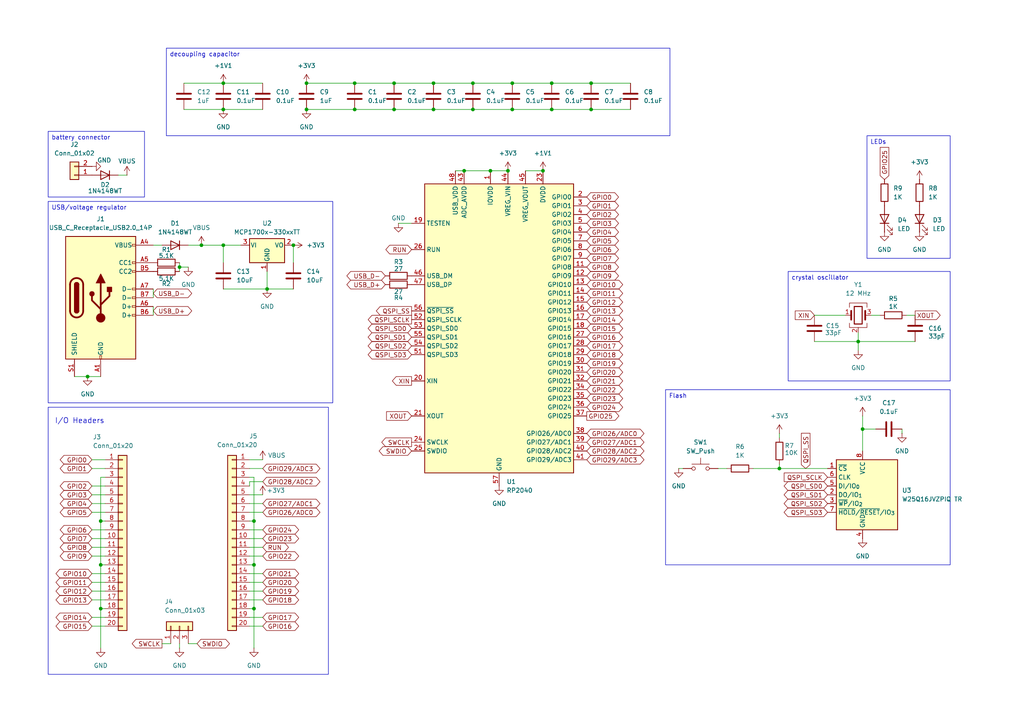
<source format=kicad_sch>
(kicad_sch (version 20250114) (generator "eeschema") (generator_version "9.0")
  (paper "A4")
  (title_block (title "devboard"))
  (lib_symbols
    (symbol "Connector:USB_C_Receptacle_USB2.0_14P" (pin_names (offset 1.016))
      (property "Reference" "J" (at 0 22.225 0))
      (property "Value" "USB_C_Receptacle_USB2.0_14P" (at 0 19.685 0))
      (symbol "USB_C_Receptacle_USB2.0_14P_1_1"
        (pin passive line (at -7.62 -22.86 90) (length 5.08) (name "SHIELD") (number "S1"))
        (pin passive line (at 0 -22.86 90) (length 5.08) (name "GND") (number "A1"))
        (pin passive line (at 0 -22.86 90) (length 5.08) (hide yes) (name "GND") (number "A12"))
        (pin passive line (at 0 -22.86 90) (length 5.08) (hide yes) (name "GND") (number "B1"))
        (pin passive line (at 0 -22.86 90) (length 5.08) (hide yes) (name "GND") (number "B12"))
        (pin passive line (at 15.24 15.24 180) (length 5.08) (name "VBUS") (number "A4"))
        (pin passive line (at 15.24 15.24 180) (length 5.08) (hide yes) (name "VBUS") (number "A9"))
        (pin passive line (at 15.24 15.24 180) (length 5.08) (hide yes) (name "VBUS") (number "B4"))
        (pin passive line (at 15.24 15.24 180) (length 5.08) (hide yes) (name "VBUS") (number "B9"))
        (pin bidirectional line (at 15.24 10.16 180) (length 5.08) (name "CC1") (number "A5"))
        (pin bidirectional line (at 15.24 7.62 180) (length 5.08) (name "CC2") (number "B5"))
        (pin bidirectional line (at 15.24 2.54 180) (length 5.08) (name "D-") (number "A7"))
        (pin bidirectional line (at 15.24 0 180) (length 5.08) (name "D-") (number "B7"))
        (pin bidirectional line (at 15.24 -2.54 180) (length 5.08) (name "D+") (number "A6"))
        (pin bidirectional line (at 15.24 -5.08 180) (length 5.08) (name "D+") (number "B6"))
      )
    )
    (symbol "Connector_Generic:Conn_01x02" (pin_names (offset 1.016) (hide yes))
      (property "Reference" "J" (at 0 2.54 0))
      (property "Value" "Conn_01x02" (at 0 -5.08 0))
      (symbol "Conn_01x02_1_1"
        (pin passive line (at -5.08 0 0) (length 3.81) (name "Pin_1") (number "1"))
        (pin passive line (at -5.08 -2.54 0) (length 3.81) (name "Pin_2") (number "2"))
      )
    )
    (symbol "Connector_Generic:Conn_01x03" (pin_names (offset 1.016) (hide yes))
      (property "Reference" "J" (at 0 5.08 0))
      (property "Value" "Conn_01x03" (at 0 -5.08 0))
      (symbol "Conn_01x03_1_1"
        (pin passive line (at -5.08 2.54 0) (length 3.81) (name "Pin_1") (number "1"))
        (pin passive line (at -5.08 0 0) (length 3.81) (name "Pin_2") (number "2"))
        (pin passive line (at -5.08 -2.54 0) (length 3.81) (name "Pin_3") (number "3"))
      )
    )
    (symbol "Connector_Generic:Conn_01x20" (pin_names (offset 1.016) (hide yes))
      (property "Reference" "J" (at 0 25.4 0))
      (property "Value" "Conn_01x20" (at 0 -27.94 0))
      (symbol "Conn_01x20_1_1"
        (pin passive line (at -5.08 22.86 0) (length 3.81) (name "Pin_1") (number "1"))
        (pin passive line (at -5.08 20.32 0) (length 3.81) (name "Pin_2") (number "2"))
        (pin passive line (at -5.08 17.78 0) (length 3.81) (name "Pin_3") (number "3"))
        (pin passive line (at -5.08 15.24 0) (length 3.81) (name "Pin_4") (number "4"))
        (pin passive line (at -5.08 12.7 0) (length 3.81) (name "Pin_5") (number "5"))
        (pin passive line (at -5.08 10.16 0) (length 3.81) (name "Pin_6") (number "6"))
        (pin passive line (at -5.08 7.62 0) (length 3.81) (name "Pin_7") (number "7"))
        (pin passive line (at -5.08 5.08 0) (length 3.81) (name "Pin_8") (number "8"))
        (pin passive line (at -5.08 2.54 0) (length 3.81) (name "Pin_9") (number "9"))
        (pin passive line (at -5.08 0 0) (length 3.81) (name "Pin_10") (number "10"))
        (pin passive line (at -5.08 -2.54 0) (length 3.81) (name "Pin_11") (number "11"))
        (pin passive line (at -5.08 -5.08 0) (length 3.81) (name "Pin_12") (number "12"))
        (pin passive line (at -5.08 -7.62 0) (length 3.81) (name "Pin_13") (number "13"))
        (pin passive line (at -5.08 -10.16 0) (length 3.81) (name "Pin_14") (number "14"))
        (pin passive line (at -5.08 -12.7 0) (length 3.81) (name "Pin_15") (number "15"))
        (pin passive line (at -5.08 -15.24 0) (length 3.81) (name "Pin_16") (number "16"))
        (pin passive line (at -5.08 -17.78 0) (length 3.81) (name "Pin_17") (number "17"))
        (pin passive line (at -5.08 -20.32 0) (length 3.81) (name "Pin_18") (number "18"))
        (pin passive line (at -5.08 -22.86 0) (length 3.81) (name "Pin_19") (number "19"))
        (pin passive line (at -5.08 -25.4 0) (length 3.81) (name "Pin_20") (number "20"))
      )
    )
    (symbol "Device:C" (pin_numbers (hide yes)) (pin_names (offset 0.254))
      (property "Reference" "C" (at 0.635 2.54 0))
      (property "Value" "C" (at 0.635 -2.54 0))
      (symbol "C_1_1"
        (pin passive line (at 0 3.81 270) (length 2.794) (name "~") (number "1"))
        (pin passive line (at 0 -3.81 90) (length 2.794) (name "~") (number "2"))
      )
    )
    (symbol "Device:Crystal_GND24" (pin_names (offset 1.016) (hide yes))
      (property "Reference" "Y" (at 3.175 5.08 0))
      (property "Value" "Crystal_GND24" (at 3.175 3.175 0))
      (symbol "Crystal_GND24_1_1"
        (pin passive line (at -3.81 0 0) (length 1.27) (name "1") (number "1"))
        (pin passive line (at 0 -5.08 90) (length 1.27) (name "G") (number "2"))
        (pin passive line (at 0 -5.08 90) (length 1.27) (hide yes) (name "G") (number "4"))
        (pin passive line (at 3.81 0 180) (length 1.27) (name "3") (number "3"))
      )
    )
    (symbol "Device:LED" (pin_numbers (hide yes)) (pin_names (offset 1.016) (hide yes))
      (property "Reference" "D" (at 0 2.54 0))
      (property "Value" "LED" (at 0 -2.54 0))
      (symbol "LED_1_1"
        (pin passive line (at -3.81 0 0) (length 2.54) (name "K") (number "1"))
        (pin passive line (at 3.81 0 180) (length 2.54) (name "A") (number "2"))
      )
    )
    (symbol "Device:R" (pin_numbers (hide yes)) (pin_names (offset 0))
      (property "Reference" "R" (at 2.032 0 90))
      (property "Value" "R" (at 0 0 90))
      (symbol "R_1_1"
        (pin passive line (at 0 3.81 270) (length 1.27) (name "~") (number "1"))
        (pin passive line (at 0 -3.81 90) (length 1.27) (name "~") (number "2"))
      )
    )
    (symbol "Diode:1N4148WT" (pin_numbers (hide yes)) (pin_names (hide yes))
      (property "Reference" "D" (at 0 2.54 0))
      (property "Value" "1N4148WT" (at 0 -2.54 0))
      (symbol "1N4148WT_1_1"
        (pin passive line (at -3.81 0 0) (length 2.54) (name "K") (number "1"))
        (pin passive line (at 3.81 0 180) (length 2.54) (name "A") (number "2"))
      )
    )
    (symbol "MCU_RaspberryPi:RP2040"
      (property "Reference" "U" (at 17.526 47.244 0))
      (property "Value" "RP2040" (at 17.526 44.704 0))
      (symbol "RP2040_1_1"
        (pin input line (at -25.4 30.48 0) (length 3.81) (name "TESTEN") (number "19"))
        (pin input line (at -25.4 22.86 0) (length 3.81) (name "RUN") (number "26"))
        (pin bidirectional line (at -25.4 15.24 0) (length 3.81) (name "USB_DM") (number "46"))
        (pin bidirectional line (at -25.4 12.7 0) (length 3.81) (name "USB_DP") (number "47"))
        (pin output line (at -25.4 5.08 0) (length 3.81) (name "~{QSPI_SS}") (number "56"))
        (pin output line (at -25.4 2.54 0) (length 3.81) (name "QSPI_SCLK") (number "52"))
        (pin bidirectional line (at -25.4 0 0) (length 3.81) (name "QSPI_SD0") (number "53"))
        (pin bidirectional line (at -25.4 -2.54 0) (length 3.81) (name "QSPI_SD1") (number "55"))
        (pin bidirectional line (at -25.4 -5.08 0) (length 3.81) (name "QSPI_SD2") (number "54"))
        (pin bidirectional line (at -25.4 -7.62 0) (length 3.81) (name "QSPI_SD3") (number "51"))
        (pin input line (at -25.4 -15.24 0) (length 3.81) (name "XIN") (number "20"))
        (pin output line (at -25.4 -25.4 0) (length 3.81) (name "XOUT") (number "21"))
        (pin input line (at -25.4 -33.02 0) (length 3.81) (name "SWCLK") (number "24"))
        (pin bidirectional line (at -25.4 -35.56 0) (length 3.81) (name "SWDIO") (number "25"))
        (pin power_in line (at -12.7 45.72 270) (length 3.81) (name "USB_VDD") (number "48"))
        (pin power_in line (at -10.16 45.72 270) (length 3.81) (name "ADC_AVDD") (number "43"))
        (pin power_in line (at -2.54 45.72 270) (length 3.81) (name "IOVDD") (number "1"))
        (pin passive line (at -2.54 45.72 270) (length 3.81) (hide yes) (name "IOVDD") (number "10"))
        (pin passive line (at -2.54 45.72 270) (length 3.81) (hide yes) (name "IOVDD") (number "22"))
        (pin passive line (at -2.54 45.72 270) (length 3.81) (hide yes) (name "IOVDD") (number "33"))
        (pin passive line (at -2.54 45.72 270) (length 3.81) (hide yes) (name "IOVDD") (number "42"))
        (pin passive line (at -2.54 45.72 270) (length 3.81) (hide yes) (name "IOVDD") (number "49"))
        (pin power_in line (at 0 -45.72 90) (length 3.81) (name "GND") (number "57"))
        (pin power_in line (at 2.54 45.72 270) (length 3.81) (name "VREG_VIN") (number "44"))
        (pin power_out line (at 7.62 45.72 270) (length 3.81) (name "VREG_VOUT") (number "45"))
        (pin power_in line (at 12.7 45.72 270) (length 3.81) (name "DVDD") (number "23"))
        (pin passive line (at 12.7 45.72 270) (length 3.81) (hide yes) (name "DVDD") (number "50"))
        (pin bidirectional line (at 25.4 38.1 180) (length 3.81) (name "GPIO0") (number "2"))
        (pin bidirectional line (at 25.4 35.56 180) (length 3.81) (name "GPIO1") (number "3"))
        (pin bidirectional line (at 25.4 33.02 180) (length 3.81) (name "GPIO2") (number "4"))
        (pin bidirectional line (at 25.4 30.48 180) (length 3.81) (name "GPIO3") (number "5"))
        (pin bidirectional line (at 25.4 27.94 180) (length 3.81) (name "GPIO4") (number "6"))
        (pin bidirectional line (at 25.4 25.4 180) (length 3.81) (name "GPIO5") (number "7"))
        (pin bidirectional line (at 25.4 22.86 180) (length 3.81) (name "GPIO6") (number "8"))
        (pin bidirectional line (at 25.4 20.32 180) (length 3.81) (name "GPIO7") (number "9"))
        (pin bidirectional line (at 25.4 17.78 180) (length 3.81) (name "GPIO8") (number "11"))
        (pin bidirectional line (at 25.4 15.24 180) (length 3.81) (name "GPIO9") (number "12"))
        (pin bidirectional line (at 25.4 12.7 180) (length 3.81) (name "GPIO10") (number "13"))
        (pin bidirectional line (at 25.4 10.16 180) (length 3.81) (name "GPIO11") (number "14"))
        (pin bidirectional line (at 25.4 7.62 180) (length 3.81) (name "GPIO12") (number "15"))
        (pin bidirectional line (at 25.4 5.08 180) (length 3.81) (name "GPIO13") (number "16"))
        (pin bidirectional line (at 25.4 2.54 180) (length 3.81) (name "GPIO14") (number "17"))
        (pin bidirectional line (at 25.4 0 180) (length 3.81) (name "GPIO15") (number "18"))
        (pin bidirectional line (at 25.4 -2.54 180) (length 3.81) (name "GPIO16") (number "27"))
        (pin bidirectional line (at 25.4 -5.08 180) (length 3.81) (name "GPIO17") (number "28"))
        (pin bidirectional line (at 25.4 -7.62 180) (length 3.81) (name "GPIO18") (number "29"))
        (pin bidirectional line (at 25.4 -10.16 180) (length 3.81) (name "GPIO19") (number "30"))
        (pin bidirectional line (at 25.4 -12.7 180) (length 3.81) (name "GPIO20") (number "31"))
        (pin bidirectional line (at 25.4 -15.24 180) (length 3.81) (name "GPIO21") (number "32"))
        (pin bidirectional line (at 25.4 -17.78 180) (length 3.81) (name "GPIO22") (number "34"))
        (pin bidirectional line (at 25.4 -20.32 180) (length 3.81) (name "GPIO23") (number "35"))
        (pin bidirectional line (at 25.4 -22.86 180) (length 3.81) (name "GPIO24") (number "36"))
        (pin bidirectional line (at 25.4 -25.4 180) (length 3.81) (name "GPIO25") (number "37"))
        (pin bidirectional line (at 25.4 -30.48 180) (length 3.81) (name "GPIO26/ADC0") (number "38"))
        (pin bidirectional line (at 25.4 -33.02 180) (length 3.81) (name "GPIO27/ADC1") (number "39"))
        (pin bidirectional line (at 25.4 -35.56 180) (length 3.81) (name "GPIO28/ADC2") (number "40"))
        (pin bidirectional line (at 25.4 -38.1 180) (length 3.81) (name "GPIO29/ADC3") (number "41"))
      )
    )
    (symbol "Memory_Flash:W25Q128JVS"
      (property "Reference" "U" (at -6.35 11.43 0))
      (property "Value" "W25Q128JVS" (at 7.62 11.43 0))
      (symbol "W25Q128JVS_1_1"
        (pin input line (at -10.16 7.62 0) (length 2.54) (name "~{CS}") (number "1"))
        (pin input line (at -10.16 5.08 0) (length 2.54) (name "CLK") (number "6"))
        (pin bidirectional line (at -10.16 2.54 0) (length 2.54) (name "DI/IO_{0}") (number "5"))
        (pin bidirectional line (at -10.16 0 0) (length 2.54) (name "DO/IO_{1}") (number "2"))
        (pin bidirectional line (at -10.16 -2.54 0) (length 2.54) (name "~{WP}/IO_{2}") (number "3"))
        (pin bidirectional line (at -10.16 -5.08 0) (length 2.54) (name "~{HOLD}/~{RESET}/IO_{3}") (number "7"))
        (pin power_in line (at 0 12.7 270) (length 2.54) (name "VCC") (number "8"))
        (pin power_in line (at 0 -12.7 90) (length 2.54) (name "GND") (number "4"))
      )
    )
    (symbol "Regulator_Linear:MCP1700x-330xxTT" (pin_names (offset 0.254))
      (property "Reference" "U" (at -3.81 3.175 0))
      (property "Value" "MCP1700x-330xxTT" (at 0 3.175 0))
      (symbol "MCP1700x-330xxTT_1_1"
        (pin power_in line (at -7.62 0 0) (length 2.54) (name "VI") (number "3"))
        (pin power_in line (at 0 -7.62 90) (length 2.54) (name "GND") (number "1"))
        (pin power_out line (at 7.62 0 180) (length 2.54) (name "VO") (number "2"))
      )
    )
    (symbol "Switch:SW_Push" (pin_numbers (hide yes)) (pin_names (offset 1.016) (hide yes))
      (property "Reference" "SW" (at 1.27 2.54 0))
      (property "Value" "SW_Push" (at 0 -1.524 0))
      (symbol "SW_Push_0_1"
        (pin passive line (at -5.08 0 0) (length 2.54) (name "1") (number "1"))
        (pin passive line (at 5.08 0 180) (length 2.54) (name "2") (number "2"))
      )
    )
    (symbol "power:+1V1" (power) (pin_numbers (hide yes)) (pin_names (offset 0) (hide yes))
      (property "Value" "+1V1" (at 0 3.556 0))
      (symbol "+1V1_1_1"
        (pin power_in line (at 0 0 90) (length 0) (name "~") (number "1"))
      )
    )
    (symbol "power:+3V3" (power) (pin_numbers (hide yes)) (pin_names (offset 0) (hide yes))
      (property "Value" "+3V3" (at 0 3.556 0))
      (symbol "+3V3_1_1"
        (pin power_in line (at 0 0 90) (length 0) (name "~") (number "1"))
      )
    )
    (symbol "power:GND" (power) (pin_numbers (hide yes)) (pin_names (offset 0) (hide yes))
      (property "Value" "GND" (at 0 -3.81 0))
      (symbol "GND_1_1"
        (pin power_in line (at 0 0 270) (length 0) (name "~") (number "1"))
      )
    )
    (symbol "power:VBUS" (power) (pin_numbers (hide yes)) (pin_names (offset 0) (hide yes))
      (property "Value" "VBUS" (at 0 3.556 0))
      (symbol "VBUS_1_1"
        (pin power_in line (at 0 0 90) (length 0) (name "~") (number "1"))
      )
    )
  )
  (rectangle (start 13.97 118.11) (end 95.25 195.58))
  (text "I/O Headers" (at 23.114 122.174 0) (effects (font (size 1.524 1.524))))
  (text_box "decoupling capacitor" (at 48.26 13.97 0) (size 146.05 25.4) (margins 0.9525 0.9525 0.9525 0.9525) (effects (font (size 1.27 1.27)) (justify left top)))
  (text_box "crystal oscillator" (at 228.6 78.74 0) (size 46.99 31.75) (margins 0.9525 0.9525 0.9525 0.9525) (effects (font (size 1.27 1.27)) (justify left top)))
  (text_box "LEDs" (at 251.46 39.37 0) (size 24.13 35.56) (margins 0.9525 0.9525 0.9525 0.9525) (effects (font (size 1.27 1.27)) (justify left top)))
  (text_box "battery connector" (at 13.97 38.1 0) (size 27.94 19.05) (margins 0.9525 0.9525 0.9525 0.9525) (effects (font (size 1.27 1.27)) (justify left top)))
  (text_box "Flash" (at 193.04 113.03 0) (size 82.55 50.8) (margins 0.9525 0.9525 0.9525 0.9525) (effects (font (size 1.27 1.27)) (justify left top)))
  (text_box "USB/voltage regulator" (at 13.97 58.42 0) (size 82.55 58.42) (margins 0.9525 0.9525 0.9525 0.9525) (effects (font (size 1.27 1.27)) (justify left top)))
  (junction (at 102.87 31.75))
  (junction (at 25.4 109.22))
  (junction (at 77.47 83.82))
  (junction (at 64.77 71.12))
  (junction (at 137.16 24.13))
  (junction (at 125.73 24.13))
  (junction (at 226.06 135.89))
  (junction (at 148.59 31.75))
  (junction (at 58.42 71.12))
  (junction (at 134.62 49.53))
  (junction (at 160.02 31.75))
  (junction (at 85.09 71.12))
  (junction (at 102.87 24.13))
  (junction (at 73.66 176.53))
  (junction (at 114.3 24.13))
  (junction (at 160.02 24.13))
  (junction (at 142.24 49.53))
  (junction (at 125.73 31.75))
  (junction (at 88.9 31.75))
  (junction (at 29.21 176.53))
  (junction (at 248.92 99.06))
  (junction (at 137.16 31.75))
  (junction (at 250.19 124.46))
  (junction (at 29.21 163.83))
  (junction (at 64.77 24.13))
  (junction (at 64.77 31.75))
  (junction (at 147.32 49.53))
  (junction (at 88.9 24.13))
  (junction (at 157.48 49.53))
  (junction (at 73.66 163.83))
  (junction (at 52.07 77.47))
  (junction (at 29.21 151.13))
  (junction (at 148.59 24.13))
  (junction (at 171.45 31.75))
  (junction (at 114.3 31.75))
  (junction (at 73.66 151.13))
  (junction (at 171.45 24.13))
  (wire (pts (xy 30.48 151.13) (xy 29.21 151.13)))
  (wire (pts (xy 64.77 71.12) (xy 69.85 71.12)))
  (wire (pts (xy 72.39 139.7) (xy 76.2 139.7)))
  (wire (pts (xy 44.45 83.82) (xy 44.45 86.36)))
  (wire (pts (xy 72.39 176.53) (xy 73.66 176.53)))
  (wire (pts (xy 250.19 124.46) (xy 250.19 130.81)))
  (wire (pts (xy 26.67 153.67) (xy 30.48 153.67)))
  (wire (pts (xy 26.67 173.99) (xy 30.48 173.99)))
  (wire (pts (xy 218.44 135.89) (xy 226.06 135.89)))
  (wire (pts (xy 26.67 181.61) (xy 30.48 181.61)))
  (wire (pts (xy 137.16 24.13) (xy 148.59 24.13)))
  (wire (pts (xy 52.07 187.96) (xy 52.07 186.69)))
  (wire (pts (xy 262.89 91.44) (xy 265.43 91.44)))
  (wire (pts (xy 26.67 146.05) (xy 30.48 146.05)))
  (wire (pts (xy 226.06 135.89) (xy 240.03 135.89)))
  (wire (pts (xy 36.83 50.8) (xy 34.29 50.8)))
  (wire (pts (xy 72.39 153.67) (xy 76.2 153.67)))
  (wire (pts (xy 125.73 31.75) (xy 137.16 31.75)))
  (wire (pts (xy 72.39 139.7) (xy 72.39 140.97)))
  (wire (pts (xy 115.57 64.77) (xy 119.38 64.77)))
  (wire (pts (xy 72.39 173.99) (xy 76.2 173.99)))
  (wire (pts (xy 160.02 24.13) (xy 171.45 24.13)))
  (wire (pts (xy 137.16 31.75) (xy 148.59 31.75)))
  (wire (pts (xy 72.39 151.13) (xy 73.66 151.13)))
  (wire (pts (xy 73.66 138.43) (xy 73.66 151.13)))
  (wire (pts (xy 72.39 138.43) (xy 73.66 138.43)))
  (wire (pts (xy 26.67 171.45) (xy 30.48 171.45)))
  (wire (pts (xy 64.77 31.75) (xy 76.2 31.75)))
  (wire (pts (xy 29.21 151.13) (xy 29.21 163.83)))
  (wire (pts (xy 54.61 77.47) (xy 52.07 77.47)))
  (wire (pts (xy 26.67 140.97) (xy 30.48 140.97)))
  (wire (pts (xy 114.3 24.13) (xy 125.73 24.13)))
  (wire (pts (xy 72.39 161.29) (xy 76.2 161.29)))
  (wire (pts (xy 44.45 71.12) (xy 46.99 71.12)))
  (wire (pts (xy 72.39 179.07) (xy 76.2 179.07)))
  (wire (pts (xy 72.39 158.75) (xy 76.2 158.75)))
  (wire (pts (xy 72.39 166.37) (xy 76.2 166.37)))
  (wire (pts (xy 29.21 109.22) (xy 25.4 109.22)))
  (wire (pts (xy 85.09 71.12) (xy 85.09 76.2)))
  (wire (pts (xy 171.45 24.13) (xy 182.88 24.13)))
  (wire (pts (xy 26.67 133.35) (xy 30.48 133.35)))
  (wire (pts (xy 88.9 31.75) (xy 102.87 31.75)))
  (wire (pts (xy 52.07 76.2) (xy 52.07 77.47)))
  (wire (pts (xy 64.77 71.12) (xy 64.77 76.2)))
  (wire (pts (xy 26.67 143.51) (xy 30.48 143.51)))
  (wire (pts (xy 73.66 163.83) (xy 73.66 176.53)))
  (wire (pts (xy 114.3 31.75) (xy 125.73 31.75)))
  (wire (pts (xy 30.48 138.43) (xy 29.21 138.43)))
  (wire (pts (xy 208.28 135.89) (xy 210.82 135.89)))
  (wire (pts (xy 64.77 83.82) (xy 77.47 83.82)))
  (wire (pts (xy 29.21 138.43) (xy 29.21 151.13)))
  (wire (pts (xy 72.39 163.83) (xy 73.66 163.83)))
  (wire (pts (xy 76.2 133.35) (xy 72.39 133.35)))
  (wire (pts (xy 72.39 156.21) (xy 76.2 156.21)))
  (wire (pts (xy 54.61 186.69) (xy 57.15 186.69)))
  (wire (pts (xy 236.22 91.44) (xy 245.11 91.44)))
  (wire (pts (xy 88.9 24.13) (xy 102.87 24.13)))
  (wire (pts (xy 160.02 31.75) (xy 171.45 31.75)))
  (wire (pts (xy 142.24 49.53) (xy 147.32 49.53)))
  (wire (pts (xy 72.39 168.91) (xy 76.2 168.91)))
  (wire (pts (xy 21.59 109.22) (xy 25.4 109.22)))
  (wire (pts (xy 26.67 158.75) (xy 30.48 158.75)))
  (wire (pts (xy 152.4 49.53) (xy 157.48 49.53)))
  (wire (pts (xy 72.39 135.89) (xy 76.2 135.89)))
  (wire (pts (xy 248.92 101.6) (xy 248.92 99.06)))
  (wire (pts (xy 29.21 163.83) (xy 29.21 176.53)))
  (wire (pts (xy 64.77 24.13) (xy 76.2 24.13)))
  (wire (pts (xy 30.48 163.83) (xy 29.21 163.83)))
  (wire (pts (xy 102.87 31.75) (xy 114.3 31.75)))
  (wire (pts (xy 134.62 49.53) (xy 142.24 49.53)))
  (wire (pts (xy 248.92 99.06) (xy 265.43 99.06)))
  (wire (pts (xy 73.66 151.13) (xy 73.66 163.83)))
  (wire (pts (xy 72.39 148.59) (xy 76.2 148.59)))
  (wire (pts (xy 226.06 135.89) (xy 226.06 134.62)))
  (wire (pts (xy 54.61 71.12) (xy 58.42 71.12)))
  (wire (pts (xy 26.67 179.07) (xy 30.48 179.07)))
  (wire (pts (xy 76.2 143.51) (xy 72.39 143.51)))
  (wire (pts (xy 58.42 71.12) (xy 64.77 71.12)))
  (wire (pts (xy 252.73 91.44) (xy 255.27 91.44)))
  (wire (pts (xy 44.45 88.9) (xy 44.45 91.44)))
  (wire (pts (xy 26.67 161.29) (xy 30.48 161.29)))
  (wire (pts (xy 52.07 77.47) (xy 52.07 78.74)))
  (wire (pts (xy 77.47 78.74) (xy 77.47 83.82)))
  (wire (pts (xy 53.34 24.13) (xy 64.77 24.13)))
  (wire (pts (xy 250.19 124.46) (xy 254 124.46)))
  (wire (pts (xy 125.73 24.13) (xy 137.16 24.13)))
  (wire (pts (xy 248.92 99.06) (xy 248.92 96.52)))
  (wire (pts (xy 226.06 125.73) (xy 226.06 127)))
  (wire (pts (xy 30.48 176.53) (xy 29.21 176.53)))
  (wire (pts (xy 26.67 148.59) (xy 30.48 148.59)))
  (wire (pts (xy 102.87 24.13) (xy 114.3 24.13)))
  (wire (pts (xy 250.19 120.65) (xy 250.19 124.46)))
  (wire (pts (xy 236.22 99.06) (xy 248.92 99.06)))
  (wire (pts (xy 261.62 125.73) (xy 261.62 124.46)))
  (wire (pts (xy 46.99 186.69) (xy 49.53 186.69)))
  (wire (pts (xy 29.21 176.53) (xy 29.21 187.96)))
  (wire (pts (xy 132.08 49.53) (xy 134.62 49.53)))
  (wire (pts (xy 171.45 31.75) (xy 182.88 31.75)))
  (wire (pts (xy 72.39 171.45) (xy 76.2 171.45)))
  (wire (pts (xy 26.67 168.91) (xy 30.48 168.91)))
  (wire (pts (xy 72.39 146.05) (xy 76.2 146.05)))
  (wire (pts (xy 73.66 176.53) (xy 73.66 187.96)))
  (wire (pts (xy 53.34 31.75) (xy 64.77 31.75)))
  (wire (pts (xy 72.39 181.61) (xy 76.2 181.61)))
  (wire (pts (xy 77.47 83.82) (xy 85.09 83.82)))
  (wire (pts (xy 26.67 166.37) (xy 30.48 166.37)))
  (wire (pts (xy 196.85 135.89) (xy 198.12 135.89)))
  (wire (pts (xy 26.67 135.89) (xy 30.48 135.89)))
  (wire (pts (xy 26.67 156.21) (xy 30.48 156.21)))
  (wire (pts (xy 148.59 31.75) (xy 160.02 31.75)))
  (wire (pts (xy 148.59 24.13) (xy 160.02 24.13)))
  (global_label "QSPI_SS" (shape input) (at 233.68 135.89 90) (property "Intersheetrefs" "${INTERSHEET_REFS}" (effects (hide yes))))
  (global_label "GPIO12" (shape bidirectional) (at 170.18 87.63 0) (property "Intersheetrefs" "${INTERSHEET_REFS}" (effects (hide yes))))
  (global_label "GPIO4" (shape bidirectional) (at 26.67 146.05 180) (property "Intersheetrefs" "${INTERSHEET_REFS}" (effects (hide yes))))
  (global_label "GPIO26/ADC0" (shape bidirectional) (at 170.18 125.73 0) (property "Intersheetrefs" "${INTERSHEET_REFS}" (effects (hide yes))))
  (global_label "GPIO15" (shape bidirectional) (at 26.67 181.61 180) (property "Intersheetrefs" "${INTERSHEET_REFS}" (effects (hide yes))))
  (global_label "GPIO6" (shape bidirectional) (at 26.67 153.67 180) (property "Intersheetrefs" "${INTERSHEET_REFS}" (effects (hide yes))))
  (global_label "USB_D+" (shape bidirectional) (at 111.76 82.55 180) (property "Intersheetrefs" "${INTERSHEET_REFS}" (effects (hide yes))))
  (global_label "SWDIO" (shape bidirectional) (at 57.15 186.69 0) (property "Intersheetrefs" "${INTERSHEET_REFS}" (effects (hide yes))))
  (global_label "GPIO19" (shape bidirectional) (at 170.18 105.41 0) (property "Intersheetrefs" "${INTERSHEET_REFS}" (effects (hide yes))))
  (global_label "SWDIO" (shape bidirectional) (at 119.38 130.81 180) (property "Intersheetrefs" "${INTERSHEET_REFS}" (effects (hide yes))))
  (global_label "GPIO8" (shape bidirectional) (at 170.18 77.47 0) (property "Intersheetrefs" "${INTERSHEET_REFS}" (effects (hide yes))))
  (global_label "GPIO29/ADC3" (shape bidirectional) (at 170.18 133.35 0) (property "Intersheetrefs" "${INTERSHEET_REFS}" (effects (hide yes))))
  (global_label "GPIO12" (shape bidirectional) (at 26.67 171.45 180) (property "Intersheetrefs" "${INTERSHEET_REFS}" (effects (hide yes))))
  (global_label "GPIO3" (shape bidirectional) (at 26.67 143.51 180) (property "Intersheetrefs" "${INTERSHEET_REFS}" (effects (hide yes))))
  (global_label "GPIO27/ADC1" (shape bidirectional) (at 170.18 128.27 0) (property "Intersheetrefs" "${INTERSHEET_REFS}" (effects (hide yes))))
  (global_label "GPIO9" (shape bidirectional) (at 26.67 161.29 180) (property "Intersheetrefs" "${INTERSHEET_REFS}" (effects (hide yes))))
  (global_label "QSPI_SD1" (shape bidirectional) (at 240.03 143.51 180) (property "Intersheetrefs" "${INTERSHEET_REFS}" (effects (hide yes))))
  (global_label "GPIO0" (shape bidirectional) (at 26.67 133.35 180) (property "Intersheetrefs" "${INTERSHEET_REFS}" (effects (hide yes))))
  (global_label "GPIO5" (shape bidirectional) (at 170.18 69.85 0) (property "Intersheetrefs" "${INTERSHEET_REFS}" (effects (hide yes))))
  (global_label "GPIO13" (shape bidirectional) (at 26.67 173.99 180) (property "Intersheetrefs" "${INTERSHEET_REFS}" (effects (hide yes))))
  (global_label "GPIO16" (shape bidirectional) (at 170.18 97.79 0) (property "Intersheetrefs" "${INTERSHEET_REFS}" (effects (hide yes))))
  (global_label "GPIO22" (shape bidirectional) (at 170.18 113.03 0) (property "Intersheetrefs" "${INTERSHEET_REFS}" (effects (hide yes))))
  (global_label "GPIO22" (shape bidirectional) (at 76.2 161.29 0) (property "Intersheetrefs" "${INTERSHEET_REFS}" (effects (hide yes))))
  (global_label "GPIO18" (shape bidirectional) (at 170.18 102.87 0) (property "Intersheetrefs" "${INTERSHEET_REFS}" (effects (hide yes))))
  (global_label "GPIO0" (shape bidirectional) (at 170.18 57.15 0) (property "Intersheetrefs" "${INTERSHEET_REFS}" (effects (hide yes))))
  (global_label "SWCLK" (shape output) (at 119.38 128.27 180) (property "Intersheetrefs" "${INTERSHEET_REFS}" (effects (hide yes))))
  (global_label "GPIO1" (shape bidirectional) (at 26.67 135.89 180) (property "Intersheetrefs" "${INTERSHEET_REFS}" (effects (hide yes))))
  (global_label "GPIO2" (shape bidirectional) (at 26.67 140.97 180) (property "Intersheetrefs" "${INTERSHEET_REFS}" (effects (hide yes))))
  (global_label "SWCLK" (shape output) (at 46.99 186.69 180) (property "Intersheetrefs" "${INTERSHEET_REFS}" (effects (hide yes))))
  (global_label "GPIO11" (shape bidirectional) (at 26.67 168.91 180) (property "Intersheetrefs" "${INTERSHEET_REFS}" (effects (hide yes))))
  (global_label "USB_D+" (shape bidirectional) (at 44.45 90.17 0) (property "Intersheetrefs" "${INTERSHEET_REFS}" (effects (hide yes))))
  (global_label "GPIO28{slash}ADC2" (shape bidirectional) (at 76.2 139.7 0) (property "Intersheetrefs" "${INTERSHEET_REFS}" (effects (hide yes))))
  (global_label "GPIO8" (shape bidirectional) (at 26.67 158.75 180) (property "Intersheetrefs" "${INTERSHEET_REFS}" (effects (hide yes))))
  (global_label "QSPI_SD1" (shape bidirectional) (at 119.38 97.79 180) (property "Intersheetrefs" "${INTERSHEET_REFS}" (effects (hide yes))))
  (global_label "XIN" (shape input) (at 236.22 91.44 180) (property "Intersheetrefs" "${INTERSHEET_REFS}" (effects (hide yes))))
  (global_label "XOUT" (shape output) (at 265.43 91.44 0) (property "Intersheetrefs" "${INTERSHEET_REFS}" (effects (hide yes))))
  (global_label "GPIO19" (shape bidirectional) (at 76.2 171.45 0) (property "Intersheetrefs" "${INTERSHEET_REFS}" (effects (hide yes))))
  (global_label "GPIO10" (shape bidirectional) (at 26.67 166.37 180) (property "Intersheetrefs" "${INTERSHEET_REFS}" (effects (hide yes))))
  (global_label "GPIO14" (shape bidirectional) (at 170.18 92.71 0) (property "Intersheetrefs" "${INTERSHEET_REFS}" (effects (hide yes))))
  (global_label "XIN" (shape output) (at 119.38 110.49 180) (property "Intersheetrefs" "${INTERSHEET_REFS}" (effects (hide yes))))
  (global_label "QSPI_SD0" (shape bidirectional) (at 119.38 95.25 180) (property "Intersheetrefs" "${INTERSHEET_REFS}" (effects (hide yes))))
  (global_label "GPIO20" (shape bidirectional) (at 76.2 168.91 0) (property "Intersheetrefs" "${INTERSHEET_REFS}" (effects (hide yes))))
  (global_label "GPIO25" (shape output) (at 170.18 120.65 0) (property "Intersheetrefs" "${INTERSHEET_REFS}" (effects (hide yes))))
  (global_label "GPIO3" (shape bidirectional) (at 170.18 64.77 0) (property "Intersheetrefs" "${INTERSHEET_REFS}" (effects (hide yes))))
  (global_label "GPIO7" (shape bidirectional) (at 26.67 156.21 180) (property "Intersheetrefs" "${INTERSHEET_REFS}" (effects (hide yes))))
  (global_label "QSPI_SD0" (shape bidirectional) (at 240.03 140.97 180) (property "Intersheetrefs" "${INTERSHEET_REFS}" (effects (hide yes))))
  (global_label "GPIO23" (shape bidirectional) (at 170.18 115.57 0) (property "Intersheetrefs" "${INTERSHEET_REFS}" (effects (hide yes))))
  (global_label "GPIO28/ADC2" (shape bidirectional) (at 170.18 130.81 0) (property "Intersheetrefs" "${INTERSHEET_REFS}" (effects (hide yes))))
  (global_label "GPIO29{slash}ADC3" (shape bidirectional) (at 76.2 135.89 0) (property "Intersheetrefs" "${INTERSHEET_REFS}" (effects (hide yes))))
  (global_label "GPIO20" (shape bidirectional) (at 170.18 107.95 0) (property "Intersheetrefs" "${INTERSHEET_REFS}" (effects (hide yes))))
  (global_label "GPIO7" (shape bidirectional) (at 170.18 74.93 0) (property "Intersheetrefs" "${INTERSHEET_REFS}" (effects (hide yes))))
  (global_label "QSPI_SD2" (shape bidirectional) (at 240.03 146.05 180) (property "Intersheetrefs" "${INTERSHEET_REFS}" (effects (hide yes))))
  (global_label "GPIO21" (shape bidirectional) (at 76.2 166.37 0) (property "Intersheetrefs" "${INTERSHEET_REFS}" (effects (hide yes))))
  (global_label "QSPI_SCLK" (shape input) (at 240.03 138.43 180) (property "Intersheetrefs" "${INTERSHEET_REFS}" (effects (hide yes))))
  (global_label "GPIO16" (shape bidirectional) (at 76.2 181.61 0) (property "Intersheetrefs" "${INTERSHEET_REFS}" (effects (hide yes))))
  (global_label "GPIO27{slash}ADC1" (shape bidirectional) (at 76.2 146.05 0) (property "Intersheetrefs" "${INTERSHEET_REFS}" (effects (hide yes))))
  (global_label "GPIO10" (shape bidirectional) (at 170.18 82.55 0) (property "Intersheetrefs" "${INTERSHEET_REFS}" (effects (hide yes))))
  (global_label "GPIO17" (shape bidirectional) (at 170.18 100.33 0) (property "Intersheetrefs" "${INTERSHEET_REFS}" (effects (hide yes))))
  (global_label "GPIO2" (shape bidirectional) (at 170.18 62.23 0) (property "Intersheetrefs" "${INTERSHEET_REFS}" (effects (hide yes))))
  (global_label "XOUT" (shape input) (at 119.38 120.65 180) (property "Intersheetrefs" "${INTERSHEET_REFS}" (effects (hide yes))))
  (global_label "GPIO24" (shape bidirectional) (at 170.18 118.11 0) (property "Intersheetrefs" "${INTERSHEET_REFS}" (effects (hide yes))))
  (global_label "GPIO25" (shape input) (at 256.54 52.07 90) (property "Intersheetrefs" "${INTERSHEET_REFS}" (effects (hide yes))))
  (global_label "GPIO15" (shape bidirectional) (at 170.18 95.25 0) (property "Intersheetrefs" "${INTERSHEET_REFS}" (effects (hide yes))))
  (global_label "GPIO26{slash}ADC0" (shape bidirectional) (at 76.2 148.59 0) (property "Intersheetrefs" "${INTERSHEET_REFS}" (effects (hide yes))))
  (global_label "GPIO11" (shape bidirectional) (at 170.18 85.09 0) (property "Intersheetrefs" "${INTERSHEET_REFS}" (effects (hide yes))))
  (global_label "GPIO9" (shape bidirectional) (at 170.18 80.01 0) (property "Intersheetrefs" "${INTERSHEET_REFS}" (effects (hide yes))))
  (global_label "USB_D-" (shape bidirectional) (at 44.45 85.09 0) (property "Intersheetrefs" "${INTERSHEET_REFS}" (effects (hide yes))))
  (global_label "QSPI_SD2" (shape bidirectional) (at 119.38 100.33 180) (property "Intersheetrefs" "${INTERSHEET_REFS}" (effects (hide yes))))
  (global_label "GPIO13" (shape bidirectional) (at 170.18 90.17 0) (property "Intersheetrefs" "${INTERSHEET_REFS}" (effects (hide yes))))
  (global_label "GPIO18" (shape bidirectional) (at 76.2 173.99 0) (property "Intersheetrefs" "${INTERSHEET_REFS}" (effects (hide yes))))
  (global_label "GPIO4" (shape bidirectional) (at 170.18 67.31 0) (property "Intersheetrefs" "${INTERSHEET_REFS}" (effects (hide yes))))
  (global_label "GPIO5" (shape bidirectional) (at 26.67 148.59 180) (property "Intersheetrefs" "${INTERSHEET_REFS}" (effects (hide yes))))
  (global_label "QSPI_SCLK" (shape output) (at 119.38 92.71 180) (property "Intersheetrefs" "${INTERSHEET_REFS}" (effects (hide yes))))
  (global_label "GPIO17" (shape bidirectional) (at 76.2 179.07 0) (property "Intersheetrefs" "${INTERSHEET_REFS}" (effects (hide yes))))
  (global_label "QSPI_SS" (shape output) (at 119.38 90.17 180) (property "Intersheetrefs" "${INTERSHEET_REFS}" (effects (hide yes))))
  (global_label "QSPI_SD3" (shape bidirectional) (at 119.38 102.87 180) (property "Intersheetrefs" "${INTERSHEET_REFS}" (effects (hide yes))))
  (global_label "RUN" (shape bidirectional) (at 76.2 158.75 0) (property "Intersheetrefs" "${INTERSHEET_REFS}" (effects (hide yes))))
  (global_label "RUN" (shape bidirectional) (at 119.38 72.39 180) (property "Intersheetrefs" "${INTERSHEET_REFS}" (effects (hide yes))))
  (global_label "USB_D-" (shape bidirectional) (at 111.76 80.01 180) (property "Intersheetrefs" "${INTERSHEET_REFS}" (effects (hide yes))))
  (global_label "GPIO21" (shape bidirectional) (at 170.18 110.49 0) (property "Intersheetrefs" "${INTERSHEET_REFS}" (effects (hide yes))))
  (global_label "GPIO24" (shape bidirectional) (at 76.2 153.67 0) (property "Intersheetrefs" "${INTERSHEET_REFS}" (effects (hide yes))))
  (global_label "GPIO6" (shape bidirectional) (at 170.18 72.39 0) (property "Intersheetrefs" "${INTERSHEET_REFS}" (effects (hide yes))))
  (global_label "GPIO14" (shape bidirectional) (at 26.67 179.07 180) (property "Intersheetrefs" "${INTERSHEET_REFS}" (effects (hide yes))))
  (global_label "GPIO23" (shape bidirectional) (at 76.2 156.21 0) (property "Intersheetrefs" "${INTERSHEET_REFS}" (effects (hide yes))))
  (global_label "GPIO1" (shape bidirectional) (at 170.18 59.69 0) (property "Intersheetrefs" "${INTERSHEET_REFS}" (effects (hide yes))))
  (global_label "QSPI_SD3" (shape bidirectional) (at 240.03 148.59 180) (property "Intersheetrefs" "${INTERSHEET_REFS}" (effects (hide yes))))
  (symbol (lib_id "Device:C") (at 236.22 95.25 180) (unit 1)
    (property "Reference" "C15" (at 239.522 94.488 0) (effects (justify right)))
    (property "Value" "33pF" (at 239.268 96.52 0) (effects (justify right)))
    (property "Footprint" "Capacitor_SMD:C_0402_1005Metric" (effects (hide yes)))
    (property "Description" "Unpolarized capacitor" (effects (hide yes)))
  )
  (symbol (lib_id "Device:R") (at 48.26 78.74 90) (unit 1)
    (property "Reference" "R2" (at 48.26 82.296 90))
    (property "Value" "5.1K" (at 48.26 80.772 90))
    (property "Footprint" "Resistor_SMD:R_0402_1005Metric" (effects (hide yes)))
    (property "Description" "Resistor" (effects (hide yes)))
  )
  (symbol (lib_id "power:+1V1") (at 157.48 49.53 0) (unit 1)
    (property "Reference" "#PWR01" (effects (hide yes)))
    (property "Value" "+1V1" (at 157.48 44.45 0))
    (property "Description" "Power symbol creates a global label with name \"+1V1\"" (effects (hide yes)))
  )
  (symbol (lib_id "Device:R") (at 115.57 80.01 90) (unit 1)
    (property "Reference" "R3" (at 115.57 75.946 90))
    (property "Value" "27" (at 115.57 77.978 90))
    (property "Footprint" "Resistor_SMD:R_0402_1005Metric" (effects (hide yes)))
    (property "Description" "Resistor" (effects (hide yes)))
  )
  (symbol (lib_id "power:GND") (at 256.54 67.31 0) (unit 1)
    (property "Reference" "#PWR029" (effects (hide yes)))
    (property "Value" "GND" (at 256.54 72.39 0))
    (property "Description" "Power symbol creates a global label with name \"GND\" , ground" (effects (hide yes)))
  )
  (symbol (lib_id "power:+1V1") (at 64.77 24.13 0) (unit 1)
    (property "Reference" "#PWR06" (effects (hide yes)))
    (property "Value" "+1V1" (at 64.77 19.05 0))
    (property "Description" "Power symbol creates a global label with name \"+1V1\"" (effects (hide yes)))
  )
  (symbol (lib_id "Device:C") (at 137.16 27.94 0) (unit 1)
    (property "Reference" "C4" (at 140.97 26.6699 0) (effects (justify left)))
    (property "Value" "0.1uF" (at 140.97 29.2099 0) (effects (justify left)))
    (property "Footprint" "Capacitor_SMD:C_0402_1005Metric" (effects (hide yes)))
    (property "Description" "Unpolarized capacitor" (effects (hide yes)))
  )
  (symbol (lib_id "power:GND") (at 77.47 83.82 0) (unit 1)
    (property "Reference" "#PWR010" (effects (hide yes)))
    (property "Value" "GND" (at 77.47 88.9 0))
    (property "Description" "Power symbol creates a global label with name \"GND\" , ground" (effects (hide yes)))
  )
  (symbol (lib_id "Device:R") (at 226.06 130.81 0) (unit 1)
    (property "Reference" "R7" (at 227.584 129.286 0) (effects (justify left)))
    (property "Value" "10K" (at 227.584 131.318 0) (effects (justify left)))
    (property "Footprint" "Resistor_SMD:R_0402_1005Metric" (effects (hide yes)))
    (property "Description" "Resistor" (effects (hide yes)))
  )
  (symbol (lib_id "power:GND") (at 52.07 187.96 0) (unit 1)
    (property "Reference" "#PWR022" (effects (hide yes)))
    (property "Value" "GND" (at 52.07 193.04 0))
    (property "Description" "Power symbol creates a global label with name \"GND\" , ground" (effects (hide yes)))
  )
  (symbol (lib_id "Device:C") (at 148.59 27.94 0) (unit 1)
    (property "Reference" "C5" (at 152.4 26.6699 0) (effects (justify left)))
    (property "Value" "0.1uF" (at 152.4 29.2099 0) (effects (justify left)))
    (property "Footprint" "Capacitor_SMD:C_0402_1005Metric" (effects (hide yes)))
    (property "Description" "Unpolarized capacitor" (effects (hide yes)))
  )
  (symbol (lib_id "Diode:1N4148WT") (at 30.48 50.8 180) (unit 1)
    (property "Reference" "D2" (at 30.48 53.594 0))
    (property "Value" "1N4148WT" (at 30.48 55.372 0))
    (property "Footprint" "Diode_SMD:D_SOD-123" (effects (hide yes)))
    (property "Datasheet" "https://www.diodes.com/assets/Datasheets/ds30396.pdf" (effects (hide yes)))
    (property "Description" "75V 0.15A Fast switching Diode, SOD-523" (effects (hide yes)))
    (property "Sim.Device" "D" (effects (hide yes)))
    (property "Sim.Pins" "1=K 2=A" (effects (hide yes)))
  )
  (symbol (lib_id "power:+3V3") (at 147.32 49.53 0) (unit 1)
    (property "Reference" "#PWR02" (effects (hide yes)))
    (property "Value" "+3V3" (at 147.32 44.45 0))
    (property "Description" "Power symbol creates a global label with name \"+3V3\"" (effects (hide yes)))
  )
  (symbol (lib_id "power:GND") (at 266.7 67.31 0) (unit 1)
    (property "Reference" "#PWR027" (effects (hide yes)))
    (property "Value" "GND" (at 266.7 72.39 0))
    (property "Description" "Power symbol creates a global label with name \"GND\" , ground" (effects (hide yes)))
  )
  (symbol (lib_id "power:GND") (at 250.19 156.21 0) (unit 1)
    (property "Reference" "#PWR028" (effects (hide yes)))
    (property "Value" "GND" (at 250.19 161.29 0))
    (property "Description" "Power symbol creates a global label with name \"GND\" , ground" (effects (hide yes)))
  )
  (symbol (lib_id "Device:C") (at 171.45 27.94 0) (unit 1)
    (property "Reference" "C7" (at 175.26 26.6699 0) (effects (justify left)))
    (property "Value" "0.1uF" (at 175.26 29.2099 0) (effects (justify left)))
    (property "Footprint" "Capacitor_SMD:C_0402_1005Metric" (effects (hide yes)))
    (property "Description" "Unpolarized capacitor" (effects (hide yes)))
  )
  (symbol (lib_id "power:GND") (at 88.9 31.75 0) (unit 1)
    (property "Reference" "#PWR04" (effects (hide yes)))
    (property "Value" "GND" (at 88.9 36.83 0))
    (property "Description" "Power symbol creates a global label with name \"GND\" , ground" (effects (hide yes)))
  )
  (symbol (lib_id "Device:LED") (at 266.7 63.5 90) (unit 1)
    (property "Reference" "D3" (at 270.51 63.8174 90) (effects (justify right)))
    (property "Value" "LED" (at 270.51 66.3574 90) (effects (justify right)))
    (property "Footprint" "LED_SMD:LED_0603_1608Metric" (effects (hide yes)))
    (property "Description" "Light emitting diode" (effects (hide yes)))
    (property "Sim.Pins" "1=K 2=A" (effects (hide yes)))
    (property "LSCS" "C2286" (effects (hide yes)))
  )
  (symbol (lib_id "MCU_RaspberryPi:RP2040") (at 144.78 95.25 0) (unit 1)
    (property "Reference" "U1" (at 146.9233 139.7 0) (effects (justify left)))
    (property "Value" "RP2040" (at 146.9233 142.24 0) (effects (justify left)))
    (property "Footprint" "Package_DFN_QFN:QFN-56-1EP_7x7mm_P0.4mm_EP3.2x3.2mm" (effects (hide yes)))
    (property "Datasheet" "https://datasheets.raspberrypi.com/rp2040/rp2040-datasheet.pdf" (effects (hide yes)))
    (property "Description" "A microcontroller by Raspberry Pi, Dual ARM Cortex-M0+, 133MHz, no flash, 264KB SRAM, 8 PIO state machines, VQFN-56" (effects (hide yes)))
    (property private "KLC_S4.2_DVDD" "Not a standalone power converter; internal on-chip voltage regulator for digital core supply; DVDD is the digital core power supply, should be placed next to voltage regulator output." (effects (hide yes)))
    (property private "KLC_S4.2_VREG_VOUT" "Should be placed next to DVDD." (effects (hide yes)))
  )
  (symbol (lib_id "Device:R") (at 115.57 82.55 90) (unit 1)
    (property "Reference" "R4" (at 115.57 86.36 90))
    (property "Value" "27" (at 115.57 84.582 90))
    (property "Footprint" "Resistor_SMD:R_0402_1005Metric" (effects (hide yes)))
    (property "Description" "Resistor" (effects (hide yes)))
  )
  (symbol (lib_id "Device:C") (at 102.87 27.94 0) (unit 1)
    (property "Reference" "C1" (at 106.68 26.6699 0) (effects (justify left)))
    (property "Value" "0.1uF" (at 106.68 29.2099 0) (effects (justify left)))
    (property "Footprint" "Capacitor_SMD:C_0402_1005Metric" (effects (hide yes)))
    (property "Description" "Unpolarized capacitor" (effects (hide yes)))
  )
  (symbol (lib_id "power:+3V3") (at 76.2 143.51 0) (unit 1)
    (property "Reference" "#PWR026" (effects (hide yes)))
    (property "Value" "+3V3" (at 80.01 142.24 0))
    (property "Description" "Power symbol creates a global label with name \"+3V3\"" (effects (hide yes)))
  )
  (symbol (lib_id "power:GND") (at 115.57 64.77 0) (unit 1)
    (property "Reference" "#PWR020" (effects (hide yes)))
    (property "Value" "GND" (at 115.57 63.246 0))
    (property "Description" "Power symbol creates a global label with name \"GND\" , ground" (effects (hide yes)))
  )
  (symbol (lib_id "power:+3V3") (at 266.7 52.07 0) (unit 1)
    (property "Reference" "#PWR021" (effects (hide yes)))
    (property "Value" "+3V3" (at 266.7 46.99 0))
    (property "Description" "Power symbol creates a global label with name \"+3V3\"" (effects (hide yes)))
  )
  (symbol (lib_id "power:+3V3") (at 88.9 24.13 0) (unit 1)
    (property "Reference" "#PWR03" (effects (hide yes)))
    (property "Value" "+3V3" (at 88.9 19.05 0))
    (property "Description" "Power symbol creates a global label with name \"+3V3\"" (effects (hide yes)))
  )
  (symbol (lib_id "Connector_Generic:Conn_01x02") (at 21.59 50.8 180) (unit 1)
    (property "Reference" "J2" (at 21.59 41.91 0))
    (property "Value" "Conn_01x02" (at 21.59 44.45 0))
    (property "Footprint" "Connector_JST:JST_PH_B2B-PH-K_1x02_P2.00mm_Vertical" (effects (hide yes)))
    (property "Description" "Generic connector, single row, 01x02, script generated (kicad-library-utils/schlib/autogen/connector/)" (effects (hide yes)))
  )
  (symbol (lib_id "power:GND") (at 54.61 77.47 0) (unit 1)
    (property "Reference" "#PWR09" (effects (hide yes)))
    (property "Value" "GND" (at 54.61 82.55 0))
    (property "Description" "Power symbol creates a global label with name \"GND\" , ground" (effects (hide yes)))
  )
  (symbol (lib_id "Device:C") (at 257.81 124.46 90) (unit 1)
    (property "Reference" "C17" (at 257.81 116.84 90))
    (property "Value" "0.1uF" (at 257.81 119.38 90))
    (property "Footprint" "Capacitor_SMD:C_0402_1005Metric" (effects (hide yes)))
    (property "Description" "Unpolarized capacitor" (effects (hide yes)))
  )
  (symbol (lib_id "Device:R") (at 48.26 76.2 90) (unit 1)
    (property "Reference" "R1" (at 48.26 72.39 90))
    (property "Value" "5.1K" (at 48.26 74.168 90))
    (property "Footprint" "Resistor_SMD:R_0402_1005Metric" (effects (hide yes)))
    (property "Description" "Resistor" (effects (hide yes)))
  )
  (symbol (lib_id "Device:C") (at 160.02 27.94 0) (unit 1)
    (property "Reference" "C6" (at 163.83 26.6699 0) (effects (justify left)))
    (property "Value" "0.1uF" (at 163.83 29.2099 0) (effects (justify left)))
    (property "Footprint" "Capacitor_SMD:C_0402_1005Metric" (effects (hide yes)))
    (property "Description" "Unpolarized capacitor" (effects (hide yes)))
  )
  (symbol (lib_id "Device:R") (at 256.54 55.88 0) (unit 1)
    (property "Reference" "R9" (at 259.08 54.6099 0) (effects (justify left)))
    (property "Value" "1K" (at 259.08 57.1499 0) (effects (justify left)))
    (property "Footprint" "Resistor_SMD:R_0402_1005Metric" (effects (hide yes)))
    (property "Description" "Resistor" (effects (hide yes)))
  )
  (symbol (lib_id "power:+3V3") (at 226.06 125.73 0) (unit 1)
    (property "Reference" "#PWR016" (effects (hide yes)))
    (property "Value" "+3V3" (at 226.06 120.65 0))
    (property "Description" "Power symbol creates a global label with name \"+3V3\"" (effects (hide yes)))
  )
  (symbol (lib_id "Device:Crystal_GND24") (at 248.92 91.44 0) (unit 1)
    (property "Reference" "Y1" (at 248.92 82.55 0))
    (property "Value" "12 MHz" (at 248.92 85.09 0))
    (property "Footprint" "Crystal:Crystal_SMD_3225-4Pin_3.2x2.5mm" (effects (hide yes)))
    (property "Description" "Four pin crystal, GND on pins 2 and 4" (effects (hide yes)))
    (property private "KLC_S3.3" "The rectangle is not a symbol body but a graphical element" (effects (hide yes)))
    (property private "KLC_S4.1" "Some pins are on 50mil grid to make the symbol small" (effects (hide yes)))
  )
  (symbol (lib_id "power:+3V3") (at 85.09 71.12 270) (unit 1)
    (property "Reference" "#PWR011" (effects (hide yes)))
    (property "Value" "+3V3" (at 88.9 71.1199 90) (effects (justify left)))
    (property "Description" "Power symbol creates a global label with name \"+3V3\"" (effects (hide yes)))
  )
  (symbol (lib_id "power:GND") (at 248.92 101.6 0) (unit 1)
    (property "Reference" "#PWR013" (effects (hide yes)))
    (property "Value" "GND" (at 248.92 106.68 0))
    (property "Description" "Power symbol creates a global label with name \"GND\" , ground" (effects (hide yes)))
  )
  (symbol (lib_id "Device:C") (at 85.09 80.01 0) (unit 1)
    (property "Reference" "C14" (at 88.9 78.7399 0) (effects (justify left)))
    (property "Value" "10uF" (at 88.9 81.2799 0) (effects (justify left)))
    (property "Footprint" "Capacitor_SMD:C_0603_1608Metric" (effects (hide yes)))
    (property "Description" "Unpolarized capacitor" (effects (hide yes)))
  )
  (symbol (lib_id "power:VBUS") (at 76.2 133.35 0) (unit 1)
    (property "Reference" "#PWR025" (effects (hide yes)))
    (property "Value" "VBUS" (at 80.264 132.08 0))
    (property "Description" "Power symbol creates a global label with name \"VBUS\"" (effects (hide yes)))
  )
  (symbol (lib_id "power:GND") (at 64.77 31.75 0) (unit 1)
    (property "Reference" "#PWR05" (effects (hide yes)))
    (property "Value" "GND" (at 64.77 36.83 0))
    (property "Description" "Power symbol creates a global label with name \"GND\" , ground" (effects (hide yes)))
  )
  (symbol (lib_id "power:GND") (at 73.66 187.96 0) (unit 1)
    (property "Reference" "#PWR024" (effects (hide yes)))
    (property "Value" "GND" (at 73.66 193.04 0))
    (property "Description" "Power symbol creates a global label with name \"GND\" , ground" (effects (hide yes)))
  )
  (symbol (lib_id "Device:C") (at 76.2 27.94 0) (unit 1)
    (property "Reference" "C10" (at 80.01 26.6699 0) (effects (justify left)))
    (property "Value" "0.1uF" (at 80.01 29.2099 0) (effects (justify left)))
    (property "Footprint" "Capacitor_SMD:C_0402_1005Metric" (effects (hide yes)))
    (property "Description" "Unpolarized capacitor" (effects (hide yes)))
  )
  (symbol (lib_id "power:GND") (at 25.4 109.22 0) (unit 1)
    (property "Reference" "#PWR08" (effects (hide yes)))
    (property "Value" "GND" (at 25.4 114.3 0))
    (property "Description" "Power symbol creates a global label with name \"GND\" , ground" (effects (hide yes)))
  )
  (symbol (lib_id "Device:R") (at 214.63 135.89 90) (unit 1)
    (property "Reference" "R6" (at 214.63 129.54 90))
    (property "Value" "1K" (at 214.63 132.08 90))
    (property "Footprint" "Resistor_SMD:R_0402_1005Metric" (effects (hide yes)))
    (property "Description" "Resistor" (effects (hide yes)))
  )
  (symbol (lib_id "Device:C") (at 182.88 27.94 0) (unit 1)
    (property "Reference" "C8" (at 186.69 26.6699 0) (effects (justify left)))
    (property "Value" "0.1uF" (at 186.69 29.2099 0) (effects (justify left)))
    (property "Footprint" "Capacitor_SMD:C_0402_1005Metric" (effects (hide yes)))
    (property "Description" "Unpolarized capacitor" (effects (hide yes)))
  )
  (symbol (lib_id "power:VBUS") (at 36.83 50.8 0) (unit 1)
    (property "Reference" "#PWR018" (effects (hide yes)))
    (property "Value" "VBUS" (at 36.83 46.736 0))
    (property "Description" "Power symbol creates a global label with name \"VBUS\"" (effects (hide yes)))
  )
  (symbol (lib_id "power:+3V3") (at 250.19 120.65 0) (unit 1)
    (property "Reference" "#PWR014" (effects (hide yes)))
    (property "Value" "+3V3" (at 250.19 115.57 0))
    (property "Description" "Power symbol creates a global label with name \"+3V3\"" (effects (hide yes)))
  )
  (symbol (lib_id "Device:R") (at 266.7 55.88 0) (unit 1)
    (property "Reference" "R8" (at 269.24 54.6099 0) (effects (justify left)))
    (property "Value" "1K" (at 269.24 57.1499 0) (effects (justify left)))
    (property "Footprint" "Resistor_SMD:R_0402_1005Metric" (effects (hide yes)))
    (property "Description" "Resistor" (effects (hide yes)))
  )
  (symbol (lib_id "Device:LED") (at 256.54 63.5 90) (unit 1)
    (property "Reference" "D4" (at 260.35 63.8174 90) (effects (justify right)))
    (property "Value" "LED" (at 260.35 66.3574 90) (effects (justify right)))
    (property "Footprint" "LED_SMD:LED_0603_1608Metric" (effects (hide yes)))
    (property "Description" "Light emitting diode" (effects (hide yes)))
    (property "Sim.Pins" "1=K 2=A" (effects (hide yes)))
    (property "LSCS" "C2286" (effects (hide yes)))
  )
  (symbol (lib_id "Device:C") (at 125.73 27.94 0) (unit 1)
    (property "Reference" "C3" (at 129.54 26.6699 0) (effects (justify left)))
    (property "Value" "0.1uF" (at 129.54 29.2099 0) (effects (justify left)))
    (property "Footprint" "Capacitor_SMD:C_0402_1005Metric" (effects (hide yes)))
    (property "Description" "Unpolarized capacitor" (effects (hide yes)))
  )
  (symbol (lib_id "Device:C") (at 114.3 27.94 0) (unit 1)
    (property "Reference" "C2" (at 118.11 26.6699 0) (effects (justify left)))
    (property "Value" "0.1uF" (at 118.11 29.2099 0) (effects (justify left)))
    (property "Footprint" "Capacitor_SMD:C_0402_1005Metric" (effects (hide yes)))
    (property "Description" "Unpolarized capacitor" (effects (hide yes)))
  )
  (symbol (lib_id "power:GND") (at 29.21 187.96 0) (unit 1)
    (property "Reference" "#PWR023" (effects (hide yes)))
    (property "Value" "GND" (at 29.21 193.04 0))
    (property "Description" "Power symbol creates a global label with name \"GND\" , ground" (effects (hide yes)))
  )
  (symbol (lib_id "Connector:USB_C_Receptacle_USB2.0_14P") (at 29.21 86.36 0) (unit 1)
    (property "Reference" "J1" (at 29.21 63.5 0))
    (property "Value" "USB_C_Receptacle_USB2.0_14P" (at 29.21 66.04 0))
    (property "Footprint" "Connector_USB:USB_C_Receptacle_HRO_TYPE-C-31-M-12" (effects (hide yes)))
    (property "Datasheet" "https://www.usb.org/sites/default/files/documents/usb_type-c.zip" (effects (hide yes)))
    (property "Description" "USB 2.0-only 14P Type-C Receptacle connector" (effects (hide yes)))
  )
  (symbol (lib_id "power:GND") (at 261.62 125.73 0) (unit 1)
    (property "Reference" "#PWR015" (effects (hide yes)))
    (property "Value" "GND" (at 261.62 130.81 0))
    (property "Description" "Power symbol creates a global label with name \"GND\" , ground" (effects (hide yes)))
  )
  (symbol (lib_id "Regulator_Linear:MCP1700x-330xxTT") (at 77.47 71.12 0) (unit 1)
    (property "Reference" "U2" (at 77.47 64.77 0))
    (property "Value" "MCP1700x-330xxTT" (at 77.47 67.31 0))
    (property "Footprint" "Package_TO_SOT_SMD:SOT-23" (effects (hide yes)))
    (property "Datasheet" "http://ww1.microchip.com/downloads/en/DeviceDoc/20001826D.pdf" (effects (hide yes)))
    (property "Description" "250mA Low Quiscent Current LDO, 3.3V output, SOT-23" (effects (hide yes)))
  )
  (symbol (lib_id "Memory_Flash:W25Q128JVS") (at 250.19 143.51 0) (unit 1)
    (property "Reference" "U3" (at 261.62 142.2399 0) (effects (justify left)))
    (property "Value" "W25Q16JVZPIQ TR" (at 261.62 144.7799 0) (effects (justify left)))
    (property "Footprint" "Package_SON:Winbond_USON-8-1EP_3x2mm_P0.5mm_EP0.2x1.6mm" (effects (hide yes)))
    (property "Datasheet" "https://www.winbond.com/resource-files/w25q128jv_dtr%20revc%2003272018%20plus.pdf" (effects (hide yes)))
    (property "Description" "128Mbit / 16MiB Serial Flash Memory, Standard/Dual/Quad SPI, 2.7-3.6V, SOIC-8" (effects (hide yes)))
  )
  (symbol (lib_id "power:GND") (at 144.78 140.97 0) (unit 1)
    (property "Reference" "#PWR07" (effects (hide yes)))
    (property "Value" "GND" (at 144.78 146.05 0))
    (property "Description" "Power symbol creates a global label with name \"GND\" , ground" (effects (hide yes)))
  )
  (symbol (lib_id "Device:R") (at 259.08 91.44 90) (unit 1)
    (property "Reference" "R5" (at 259.08 86.614 90))
    (property "Value" "1K" (at 259.08 88.9 90))
    (property "Footprint" "Resistor_SMD:R_0402_1005Metric" (effects (hide yes)))
    (property "Description" "Resistor" (effects (hide yes)))
  )
  (symbol (lib_id "Switch:SW_Push") (at 203.2 135.89 0) (unit 1)
    (property "Reference" "SW1" (at 203.2 128.27 0))
    (property "Value" "SW_Push" (at 203.2 130.81 0))
    (property "Footprint" "Button_Switch_SMD:SW_Push_SPST_NO_Alps_SKRK" (effects (hide yes)))
    (property "Description" "Push button switch, generic, two pins" (effects (hide yes)))
  )
  (symbol (lib_id "Device:C") (at 53.34 27.94 0) (unit 1)
    (property "Reference" "C12" (at 57.15 26.6699 0) (effects (justify left)))
    (property "Value" "1uF" (at 57.15 29.2099 0) (effects (justify left)))
    (property "Footprint" "Capacitor_SMD:C_0402_1005Metric" (effects (hide yes)))
    (property "Description" "Unpolarized capacitor" (effects (hide yes)))
  )
  (symbol (lib_id "power:VBUS") (at 58.42 71.12 0) (unit 1)
    (property "Reference" "#PWR012" (effects (hide yes)))
    (property "Value" "VBUS" (at 58.42 66.04 0))
    (property "Description" "Power symbol creates a global label with name \"VBUS\"" (effects (hide yes)))
  )
  (symbol (lib_id "power:GND") (at 26.67 48.26 90) (unit 1)
    (property "Reference" "#PWR019" (effects (hide yes)))
    (property "Value" "GND" (at 28.194 46.482 90) (effects (justify right)))
    (property "Description" "Power symbol creates a global label with name \"GND\" , ground" (effects (hide yes)))
  )
  (symbol (lib_id "Connector_Generic:Conn_01x20") (at 67.31 156.21 0) (mirror y) (unit 1)
    (property "Reference" "J5" (at 74.676 126.492 0) (effects (justify left)))
    (property "Value" "Conn_01x20" (at 74.676 129.032 0) (effects (justify left)))
    (property "Footprint" "Connector_PinHeader_2.54mm:PinHeader_1x20_P2.54mm_Vertical" (effects (hide yes)))
    (property "Description" "Generic connector, single row, 01x20, script generated (kicad-library-utils/schlib/autogen/connector/)" (effects (hide yes)))
  )
  (symbol (lib_id "Device:C") (at 64.77 80.01 0) (unit 1)
    (property "Reference" "C13" (at 68.58 78.7399 0) (effects (justify left)))
    (property "Value" "10uF" (at 68.58 81.2799 0) (effects (justify left)))
    (property "Footprint" "Capacitor_SMD:C_0603_1608Metric" (effects (hide yes)))
    (property "Description" "Unpolarized capacitor" (effects (hide yes)))
  )
  (symbol (lib_id "power:GND") (at 196.85 135.89 0) (unit 1)
    (property "Reference" "#PWR017" (effects (hide yes)))
    (property "Value" "GND" (at 196.85 140.97 0))
    (property "Description" "Power symbol creates a global label with name \"GND\" , ground" (effects (hide yes)))
  )
  (symbol (lib_id "Connector_Generic:Conn_01x03") (at 52.07 181.61 90) (unit 1)
    (property "Reference" "J4" (at 47.752 174.498 90) (effects (justify right)))
    (property "Value" "Conn_01x03" (at 47.752 177.038 90) (effects (justify right)))
    (property "Footprint" "Connector_PinHeader_2.54mm:PinHeader_1x03_P2.54mm_Vertical" (effects (hide yes)))
    (property "Description" "Generic connector, single row, 01x03, script generated (kicad-library-utils/schlib/autogen/connector/)" (effects (hide yes)))
  )
  (symbol (lib_id "Connector_Generic:Conn_01x20") (at 35.56 156.21 0) (unit 1)
    (property "Reference" "J3" (at 26.924 126.746 0) (effects (justify left)))
    (property "Value" "Conn_01x20" (at 26.924 129.286 0) (effects (justify left)))
    (property "Footprint" "Connector_PinHeader_2.54mm:PinHeader_1x20_P2.54mm_Vertical" (effects (hide yes)))
    (property "Description" "Generic connector, single row, 01x20, script generated (kicad-library-utils/schlib/autogen/connector/)" (effects (hide yes)))
  )
  (symbol (lib_id "Diode:1N4148WT") (at 50.8 71.12 180) (unit 1)
    (property "Reference" "D1" (at 50.8 64.77 0))
    (property "Value" "1N4148WT" (at 50.8 67.31 0))
    (property "Footprint" "Diode_SMD:D_SOD-123" (effects (hide yes)))
    (property "Datasheet" "https://www.diodes.com/assets/Datasheets/ds30396.pdf" (effects (hide yes)))
    (property "Description" "75V 0.15A Fast switching Diode, SOD-523" (effects (hide yes)))
    (property "Sim.Device" "D" (effects (hide yes)))
    (property "Sim.Pins" "1=K 2=A" (effects (hide yes)))
  )
  (symbol (lib_id "Device:C") (at 88.9 27.94 0) (unit 1)
    (property "Reference" "C9" (at 92.71 26.6699 0) (effects (justify left)))
    (property "Value" "1uF" (at 92.71 29.2099 0) (effects (justify left)))
    (property "Footprint" "Capacitor_SMD:C_0402_1005Metric" (effects (hide yes)))
    (property "Description" "Unpolarized capacitor" (effects (hide yes)))
  )
  (symbol (lib_id "Device:C") (at 64.77 27.94 0) (unit 1)
    (property "Reference" "C11" (at 68.58 26.6699 0) (effects (justify left)))
    (property "Value" "0.1uF" (at 68.58 29.2099 0) (effects (justify left)))
    (property "Footprint" "Capacitor_SMD:C_0402_1005Metric" (effects (hide yes)))
    (property "Description" "Unpolarized capacitor" (effects (hide yes)))
  )
  (symbol (lib_id "Device:C") (at 265.43 95.25 180) (unit 1)
    (property "Reference" "C16" (at 269.24 95.25 0) (effects (justify right)))
    (property "Value" "33pF" (at 269.24 97.536 0) (effects (justify right)))
    (property "Footprint" "Capacitor_SMD:C_0402_1005Metric" (effects (hide yes)))
    (property "Description" "Unpolarized capacitor" (effects (hide yes)))
  )
)
</source>
